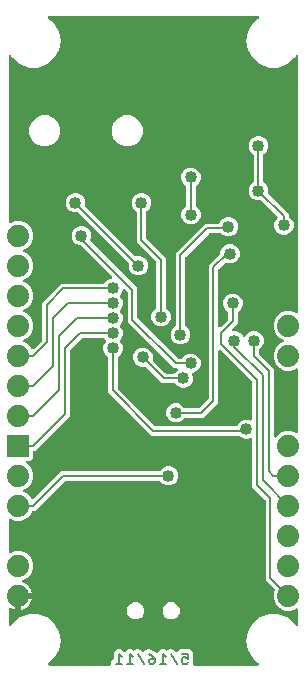
<source format=gbr>
G04 EAGLE Gerber RS-274X export*
G75*
%MOMM*%
%FSLAX34Y34*%
%LPD*%
%INBottom Copper*%
%IPPOS*%
%AMOC8*
5,1,8,0,0,1.08239X$1,22.5*%
G01*
%ADD10C,0.203200*%
%ADD11C,1.879600*%
%ADD12R,1.879600X1.879600*%
%ADD13C,1.016000*%

G36*
X230182Y197463D02*
X230182Y197463D01*
X230321Y197467D01*
X230341Y197473D01*
X230361Y197474D01*
X230493Y197517D01*
X230627Y197556D01*
X230644Y197566D01*
X230663Y197572D01*
X230781Y197647D01*
X230901Y197717D01*
X230922Y197736D01*
X230932Y197743D01*
X230946Y197758D01*
X231021Y197824D01*
X234250Y201052D01*
X238824Y202947D01*
X243776Y202947D01*
X247926Y201228D01*
X247974Y201214D01*
X248019Y201193D01*
X248127Y201173D01*
X248233Y201144D01*
X248283Y201143D01*
X248332Y201133D01*
X248441Y201140D01*
X248551Y201139D01*
X248599Y201150D01*
X248649Y201153D01*
X248753Y201187D01*
X248860Y201213D01*
X248904Y201236D01*
X248951Y201251D01*
X249044Y201310D01*
X249141Y201361D01*
X249178Y201395D01*
X249220Y201421D01*
X249295Y201502D01*
X249377Y201575D01*
X249404Y201617D01*
X249438Y201653D01*
X249491Y201749D01*
X249551Y201841D01*
X249568Y201888D01*
X249592Y201932D01*
X249619Y202038D01*
X249655Y202142D01*
X249659Y202191D01*
X249671Y202239D01*
X249681Y202400D01*
X249681Y254800D01*
X249675Y254849D01*
X249677Y254899D01*
X249655Y255006D01*
X249641Y255115D01*
X249623Y255161D01*
X249613Y255210D01*
X249565Y255309D01*
X249524Y255411D01*
X249495Y255451D01*
X249473Y255496D01*
X249402Y255580D01*
X249338Y255668D01*
X249299Y255700D01*
X249267Y255738D01*
X249177Y255801D01*
X249093Y255871D01*
X249048Y255892D01*
X249007Y255921D01*
X248904Y255960D01*
X248805Y256007D01*
X248756Y256016D01*
X248710Y256034D01*
X248600Y256046D01*
X248493Y256067D01*
X248443Y256063D01*
X248394Y256069D01*
X248285Y256054D01*
X248175Y256047D01*
X248128Y256031D01*
X248079Y256025D01*
X247926Y255972D01*
X243776Y254253D01*
X238824Y254253D01*
X234250Y256148D01*
X230748Y259650D01*
X228853Y264224D01*
X228853Y269176D01*
X230748Y273750D01*
X234250Y277252D01*
X236605Y278227D01*
X236725Y278296D01*
X236848Y278361D01*
X236863Y278375D01*
X236881Y278385D01*
X236981Y278482D01*
X237084Y278575D01*
X237095Y278592D01*
X237109Y278606D01*
X237182Y278724D01*
X237258Y278841D01*
X237265Y278860D01*
X237276Y278877D01*
X237316Y279010D01*
X237362Y279142D01*
X237363Y279162D01*
X237369Y279181D01*
X237376Y279320D01*
X237387Y279459D01*
X237383Y279479D01*
X237384Y279499D01*
X237356Y279635D01*
X237332Y279772D01*
X237324Y279791D01*
X237320Y279810D01*
X237259Y279935D01*
X237202Y280062D01*
X237189Y280078D01*
X237180Y280096D01*
X237090Y280202D01*
X237003Y280310D01*
X236987Y280323D01*
X236974Y280338D01*
X236860Y280418D01*
X236749Y280502D01*
X236724Y280514D01*
X236714Y280521D01*
X236695Y280528D01*
X236605Y280573D01*
X234250Y281548D01*
X230748Y285050D01*
X228853Y289624D01*
X228853Y294576D01*
X230748Y299150D01*
X234250Y302652D01*
X238824Y304547D01*
X243776Y304547D01*
X247926Y302828D01*
X247974Y302814D01*
X248019Y302793D01*
X248127Y302773D01*
X248233Y302744D01*
X248283Y302743D01*
X248332Y302733D01*
X248441Y302740D01*
X248551Y302739D01*
X248599Y302750D01*
X248649Y302753D01*
X248753Y302787D01*
X248860Y302813D01*
X248904Y302836D01*
X248951Y302851D01*
X249044Y302910D01*
X249141Y302961D01*
X249178Y302995D01*
X249220Y303021D01*
X249295Y303102D01*
X249377Y303175D01*
X249404Y303217D01*
X249438Y303253D01*
X249491Y303349D01*
X249551Y303441D01*
X249568Y303488D01*
X249592Y303532D01*
X249619Y303638D01*
X249655Y303742D01*
X249659Y303791D01*
X249671Y303839D01*
X249681Y304000D01*
X249681Y519963D01*
X249663Y520108D01*
X249648Y520253D01*
X249643Y520266D01*
X249641Y520279D01*
X249588Y520414D01*
X249537Y520551D01*
X249529Y520562D01*
X249524Y520575D01*
X249439Y520692D01*
X249356Y520812D01*
X249345Y520821D01*
X249338Y520832D01*
X249226Y520925D01*
X249115Y521020D01*
X249103Y521026D01*
X249093Y521035D01*
X248961Y521097D01*
X248830Y521162D01*
X248817Y521165D01*
X248805Y521170D01*
X248663Y521198D01*
X248519Y521228D01*
X248506Y521228D01*
X248493Y521230D01*
X248348Y521221D01*
X248202Y521215D01*
X248188Y521211D01*
X248175Y521210D01*
X248037Y521166D01*
X247897Y521124D01*
X247885Y521117D01*
X247873Y521112D01*
X247750Y521035D01*
X247625Y520959D01*
X247615Y520949D01*
X247604Y520942D01*
X247504Y520836D01*
X247402Y520732D01*
X247392Y520717D01*
X247386Y520711D01*
X247378Y520696D01*
X247313Y520598D01*
X246185Y518645D01*
X240078Y513520D01*
X232586Y510793D01*
X224614Y510793D01*
X217122Y513520D01*
X211015Y518644D01*
X207029Y525549D01*
X205645Y533400D01*
X207029Y541251D01*
X211015Y548155D01*
X215882Y552240D01*
X215906Y552266D01*
X215935Y552286D01*
X216014Y552382D01*
X216099Y552473D01*
X216115Y552504D01*
X216138Y552531D01*
X216191Y552644D01*
X216250Y552753D01*
X216258Y552787D01*
X216274Y552819D01*
X216297Y552941D01*
X216327Y553061D01*
X216327Y553097D01*
X216333Y553132D01*
X216326Y553255D01*
X216325Y553379D01*
X216316Y553414D01*
X216314Y553449D01*
X216275Y553567D01*
X216244Y553687D01*
X216226Y553718D01*
X216216Y553751D01*
X216149Y553856D01*
X216089Y553965D01*
X216064Y553990D01*
X216045Y554020D01*
X215955Y554105D01*
X215870Y554195D01*
X215840Y554214D01*
X215814Y554238D01*
X215705Y554298D01*
X215600Y554364D01*
X215566Y554375D01*
X215535Y554392D01*
X215415Y554423D01*
X215297Y554460D01*
X215262Y554462D01*
X215227Y554471D01*
X215067Y554481D01*
X38933Y554481D01*
X38898Y554477D01*
X38863Y554479D01*
X38741Y554457D01*
X38618Y554441D01*
X38585Y554428D01*
X38550Y554422D01*
X38437Y554370D01*
X38322Y554324D01*
X38294Y554304D01*
X38261Y554289D01*
X38165Y554210D01*
X38065Y554138D01*
X38042Y554110D01*
X38015Y554088D01*
X37941Y553988D01*
X37862Y553893D01*
X37847Y553861D01*
X37826Y553832D01*
X37779Y553717D01*
X37726Y553605D01*
X37720Y553570D01*
X37707Y553537D01*
X37690Y553414D01*
X37667Y553293D01*
X37669Y553257D01*
X37664Y553222D01*
X37679Y553099D01*
X37686Y552975D01*
X37697Y552941D01*
X37702Y552906D01*
X37746Y552791D01*
X37784Y552673D01*
X37803Y552643D01*
X37816Y552610D01*
X37888Y552509D01*
X37955Y552404D01*
X37980Y552380D01*
X38001Y552351D01*
X38118Y552240D01*
X42985Y548156D01*
X46971Y541251D01*
X48355Y533400D01*
X46971Y525549D01*
X42985Y518645D01*
X36878Y513520D01*
X29386Y510793D01*
X21414Y510793D01*
X13922Y513520D01*
X7815Y518644D01*
X6687Y520598D01*
X6599Y520714D01*
X6514Y520832D01*
X6503Y520841D01*
X6495Y520851D01*
X6381Y520942D01*
X6269Y521035D01*
X6256Y521041D01*
X6246Y521049D01*
X6112Y521109D01*
X5981Y521170D01*
X5968Y521173D01*
X5955Y521178D01*
X5811Y521203D01*
X5668Y521230D01*
X5655Y521229D01*
X5642Y521232D01*
X5496Y521219D01*
X5351Y521210D01*
X5338Y521206D01*
X5325Y521205D01*
X5187Y521157D01*
X5049Y521112D01*
X5037Y521105D01*
X5024Y521101D01*
X4903Y521020D01*
X4780Y520942D01*
X4771Y520932D01*
X4759Y520925D01*
X4662Y520817D01*
X4562Y520711D01*
X4555Y520699D01*
X4546Y520689D01*
X4479Y520560D01*
X4408Y520432D01*
X4405Y520419D01*
X4399Y520407D01*
X4365Y520265D01*
X4329Y520124D01*
X4328Y520106D01*
X4326Y520098D01*
X4326Y520080D01*
X4319Y519963D01*
X4319Y380200D01*
X4325Y380151D01*
X4323Y380101D01*
X4345Y379994D01*
X4359Y379885D01*
X4377Y379839D01*
X4387Y379790D01*
X4435Y379691D01*
X4476Y379589D01*
X4505Y379549D01*
X4527Y379504D01*
X4598Y379420D01*
X4662Y379332D01*
X4701Y379300D01*
X4733Y379262D01*
X4823Y379199D01*
X4907Y379129D01*
X4952Y379108D01*
X4993Y379079D01*
X5096Y379040D01*
X5195Y378993D01*
X5244Y378984D01*
X5290Y378966D01*
X5400Y378954D01*
X5507Y378933D01*
X5557Y378937D01*
X5606Y378931D01*
X5715Y378946D01*
X5825Y378953D01*
X5872Y378969D01*
X5921Y378975D01*
X6074Y379028D01*
X10224Y380747D01*
X15176Y380747D01*
X19750Y378852D01*
X23252Y375350D01*
X25147Y370776D01*
X25147Y365824D01*
X23252Y361250D01*
X19750Y357748D01*
X17395Y356773D01*
X17275Y356704D01*
X17152Y356639D01*
X17137Y356625D01*
X17119Y356615D01*
X17019Y356518D01*
X16916Y356425D01*
X16905Y356408D01*
X16891Y356394D01*
X16818Y356275D01*
X16742Y356159D01*
X16735Y356140D01*
X16724Y356123D01*
X16684Y355990D01*
X16638Y355858D01*
X16637Y355838D01*
X16631Y355819D01*
X16624Y355680D01*
X16613Y355541D01*
X16617Y355521D01*
X16616Y355501D01*
X16644Y355365D01*
X16668Y355228D01*
X16676Y355209D01*
X16680Y355190D01*
X16741Y355064D01*
X16798Y354938D01*
X16811Y354922D01*
X16820Y354904D01*
X16910Y354798D01*
X16997Y354690D01*
X17013Y354677D01*
X17026Y354662D01*
X17140Y354582D01*
X17251Y354498D01*
X17276Y354486D01*
X17286Y354479D01*
X17305Y354472D01*
X17395Y354427D01*
X19750Y353452D01*
X23252Y349950D01*
X25147Y345376D01*
X25147Y340424D01*
X23252Y335850D01*
X19750Y332348D01*
X17395Y331373D01*
X17275Y331304D01*
X17152Y331239D01*
X17137Y331225D01*
X17119Y331215D01*
X17019Y331118D01*
X16916Y331025D01*
X16905Y331008D01*
X16891Y330994D01*
X16818Y330875D01*
X16742Y330759D01*
X16735Y330740D01*
X16724Y330723D01*
X16684Y330590D01*
X16638Y330458D01*
X16637Y330438D01*
X16631Y330419D01*
X16624Y330280D01*
X16613Y330141D01*
X16617Y330121D01*
X16616Y330101D01*
X16644Y329965D01*
X16668Y329828D01*
X16676Y329809D01*
X16680Y329790D01*
X16741Y329664D01*
X16798Y329538D01*
X16811Y329522D01*
X16820Y329504D01*
X16910Y329398D01*
X16997Y329290D01*
X17013Y329277D01*
X17026Y329262D01*
X17140Y329182D01*
X17251Y329098D01*
X17276Y329086D01*
X17286Y329079D01*
X17305Y329072D01*
X17395Y329027D01*
X19750Y328052D01*
X23252Y324550D01*
X25147Y319976D01*
X25147Y315024D01*
X23252Y310450D01*
X19750Y306948D01*
X17395Y305973D01*
X17275Y305904D01*
X17152Y305839D01*
X17137Y305825D01*
X17119Y305815D01*
X17019Y305718D01*
X16916Y305625D01*
X16905Y305608D01*
X16891Y305594D01*
X16818Y305475D01*
X16742Y305359D01*
X16735Y305340D01*
X16724Y305323D01*
X16684Y305190D01*
X16638Y305058D01*
X16637Y305038D01*
X16631Y305019D01*
X16624Y304880D01*
X16613Y304741D01*
X16617Y304721D01*
X16616Y304701D01*
X16644Y304565D01*
X16668Y304428D01*
X16676Y304409D01*
X16680Y304390D01*
X16741Y304264D01*
X16798Y304138D01*
X16811Y304122D01*
X16820Y304104D01*
X16910Y303998D01*
X16997Y303890D01*
X17013Y303877D01*
X17026Y303862D01*
X17140Y303782D01*
X17251Y303698D01*
X17276Y303686D01*
X17286Y303679D01*
X17305Y303672D01*
X17395Y303627D01*
X19750Y302652D01*
X23252Y299150D01*
X25147Y294576D01*
X25147Y289624D01*
X23252Y285050D01*
X19750Y281548D01*
X17395Y280573D01*
X17275Y280504D01*
X17152Y280439D01*
X17137Y280425D01*
X17119Y280415D01*
X17019Y280318D01*
X16916Y280225D01*
X16905Y280208D01*
X16891Y280194D01*
X16818Y280075D01*
X16742Y279959D01*
X16735Y279940D01*
X16724Y279923D01*
X16684Y279790D01*
X16638Y279658D01*
X16637Y279638D01*
X16631Y279619D01*
X16624Y279480D01*
X16613Y279341D01*
X16617Y279321D01*
X16616Y279301D01*
X16644Y279165D01*
X16668Y279028D01*
X16676Y279009D01*
X16680Y278990D01*
X16741Y278864D01*
X16798Y278738D01*
X16811Y278722D01*
X16820Y278704D01*
X16910Y278598D01*
X16997Y278490D01*
X17013Y278477D01*
X17026Y278462D01*
X17140Y278382D01*
X17251Y278298D01*
X17276Y278286D01*
X17286Y278279D01*
X17305Y278272D01*
X17395Y278227D01*
X19750Y277252D01*
X23252Y273751D01*
X23535Y273066D01*
X23560Y273023D01*
X23577Y272976D01*
X23639Y272885D01*
X23693Y272790D01*
X23728Y272754D01*
X23755Y272713D01*
X23838Y272640D01*
X23914Y272561D01*
X23957Y272535D01*
X23994Y272502D01*
X24092Y272452D01*
X24185Y272395D01*
X24233Y272380D01*
X24277Y272358D01*
X24384Y272334D01*
X24489Y272301D01*
X24539Y272299D01*
X24587Y272288D01*
X24697Y272291D01*
X24807Y272286D01*
X24856Y272296D01*
X24905Y272298D01*
X25011Y272328D01*
X25118Y272350D01*
X25163Y272372D01*
X25211Y272386D01*
X25305Y272442D01*
X25404Y272490D01*
X25442Y272522D01*
X25485Y272548D01*
X25606Y272654D01*
X32394Y279442D01*
X32454Y279520D01*
X32522Y279592D01*
X32551Y279645D01*
X32588Y279693D01*
X32628Y279784D01*
X32676Y279871D01*
X32691Y279929D01*
X32715Y279985D01*
X32730Y280083D01*
X32755Y280179D01*
X32761Y280279D01*
X32765Y280299D01*
X32763Y280311D01*
X32765Y280339D01*
X32765Y311564D01*
X49116Y327915D01*
X84753Y327915D01*
X84851Y327927D01*
X84950Y327930D01*
X85009Y327947D01*
X85069Y327955D01*
X85161Y327991D01*
X85256Y328019D01*
X85308Y328049D01*
X85364Y328072D01*
X85444Y328130D01*
X85530Y328180D01*
X85605Y328246D01*
X85622Y328258D01*
X85630Y328268D01*
X85651Y328286D01*
X88105Y330741D01*
X91130Y331994D01*
X91146Y331996D01*
X91285Y332009D01*
X91304Y332016D01*
X91324Y332019D01*
X91453Y332070D01*
X91584Y332117D01*
X91601Y332128D01*
X91620Y332136D01*
X91732Y332217D01*
X91847Y332295D01*
X91861Y332311D01*
X91877Y332322D01*
X91966Y332430D01*
X92058Y332534D01*
X92067Y332552D01*
X92080Y332567D01*
X92139Y332693D01*
X92202Y332817D01*
X92207Y332837D01*
X92216Y332855D01*
X92242Y332991D01*
X92272Y333127D01*
X92272Y333148D01*
X92275Y333167D01*
X92267Y333306D01*
X92262Y333445D01*
X92257Y333465D01*
X92256Y333485D01*
X92213Y333617D01*
X92174Y333751D01*
X92164Y333768D01*
X92158Y333787D01*
X92083Y333905D01*
X92013Y334025D01*
X91994Y334046D01*
X91987Y334056D01*
X91973Y334070D01*
X91906Y334145D01*
X66252Y359800D01*
X66174Y359860D01*
X66102Y359928D01*
X66049Y359957D01*
X66001Y359994D01*
X65910Y360034D01*
X65823Y360082D01*
X65765Y360097D01*
X65709Y360121D01*
X65611Y360136D01*
X65515Y360161D01*
X65415Y360167D01*
X65395Y360171D01*
X65383Y360169D01*
X65355Y360171D01*
X64423Y360171D01*
X61435Y361409D01*
X59149Y363695D01*
X57911Y366683D01*
X57911Y369917D01*
X59149Y372905D01*
X61435Y375191D01*
X64423Y376429D01*
X67657Y376429D01*
X70645Y375191D01*
X72931Y372905D01*
X74169Y369917D01*
X74169Y366683D01*
X73526Y365131D01*
X73518Y365102D01*
X73505Y365076D01*
X73476Y364949D01*
X73442Y364824D01*
X73441Y364794D01*
X73435Y364766D01*
X73439Y364636D01*
X73437Y364506D01*
X73444Y364477D01*
X73445Y364448D01*
X73481Y364323D01*
X73511Y364197D01*
X73525Y364171D01*
X73533Y364142D01*
X73599Y364031D01*
X73660Y363916D01*
X73679Y363894D01*
X73694Y363868D01*
X73801Y363748D01*
X113285Y324264D01*
X113285Y299389D01*
X113297Y299291D01*
X113300Y299192D01*
X113317Y299134D01*
X113325Y299074D01*
X113361Y298982D01*
X113389Y298887D01*
X113419Y298835D01*
X113442Y298778D01*
X113500Y298698D01*
X113550Y298613D01*
X113616Y298537D01*
X113628Y298521D01*
X113638Y298513D01*
X113656Y298492D01*
X147362Y264786D01*
X147440Y264726D01*
X147512Y264658D01*
X147565Y264629D01*
X147613Y264592D01*
X147704Y264552D01*
X147791Y264504D01*
X147849Y264489D01*
X147905Y264465D01*
X148003Y264450D01*
X148099Y264425D01*
X148199Y264419D01*
X148219Y264415D01*
X148231Y264417D01*
X148259Y264415D01*
X150793Y264415D01*
X150891Y264427D01*
X150990Y264430D01*
X151049Y264447D01*
X151109Y264455D01*
X151201Y264491D01*
X151296Y264519D01*
X151348Y264549D01*
X151404Y264572D01*
X151484Y264630D01*
X151570Y264680D01*
X151645Y264746D01*
X151662Y264758D01*
X151670Y264768D01*
X151691Y264786D01*
X154145Y267241D01*
X157133Y268479D01*
X160367Y268479D01*
X163355Y267241D01*
X165641Y264955D01*
X166879Y261967D01*
X166879Y258733D01*
X165641Y255745D01*
X163355Y253459D01*
X160633Y252332D01*
X160530Y252273D01*
X160423Y252220D01*
X160392Y252194D01*
X160357Y252174D01*
X160271Y252091D01*
X160181Y252014D01*
X160158Y251981D01*
X160128Y251953D01*
X160066Y251851D01*
X159998Y251754D01*
X159983Y251716D01*
X159962Y251682D01*
X159927Y251568D01*
X159885Y251457D01*
X159880Y251416D01*
X159869Y251378D01*
X159863Y251259D01*
X159850Y251140D01*
X159855Y251100D01*
X159853Y251060D01*
X159878Y250943D01*
X159894Y250826D01*
X159914Y250769D01*
X159918Y250749D01*
X159927Y250730D01*
X159946Y250673D01*
X160529Y249267D01*
X160529Y246033D01*
X159291Y243045D01*
X157005Y240759D01*
X154017Y239521D01*
X150783Y239521D01*
X147795Y240759D01*
X145341Y243214D01*
X145262Y243274D01*
X145190Y243342D01*
X145137Y243371D01*
X145089Y243408D01*
X144998Y243448D01*
X144912Y243496D01*
X144853Y243511D01*
X144798Y243535D01*
X144700Y243550D01*
X144604Y243575D01*
X144504Y243581D01*
X144483Y243585D01*
X144471Y243583D01*
X144443Y243585D01*
X134206Y243585D01*
X120862Y256930D01*
X120784Y256990D01*
X120712Y257058D01*
X120659Y257087D01*
X120611Y257124D01*
X120520Y257164D01*
X120433Y257212D01*
X120375Y257227D01*
X120319Y257251D01*
X120221Y257266D01*
X120125Y257291D01*
X120025Y257297D01*
X120005Y257301D01*
X119993Y257299D01*
X119965Y257301D01*
X116493Y257301D01*
X113505Y258539D01*
X111219Y260825D01*
X109981Y263813D01*
X109981Y267047D01*
X111219Y270035D01*
X113505Y272321D01*
X116493Y273559D01*
X119727Y273559D01*
X122715Y272321D01*
X125001Y270035D01*
X126239Y267047D01*
X126239Y263575D01*
X126251Y263477D01*
X126254Y263378D01*
X126271Y263320D01*
X126279Y263260D01*
X126315Y263168D01*
X126343Y263073D01*
X126373Y263021D01*
X126396Y262964D01*
X126454Y262884D01*
X126504Y262799D01*
X126570Y262723D01*
X126582Y262707D01*
X126592Y262699D01*
X126610Y262678D01*
X137202Y252086D01*
X137280Y252026D01*
X137352Y251958D01*
X137405Y251929D01*
X137453Y251892D01*
X137544Y251852D01*
X137631Y251804D01*
X137689Y251789D01*
X137745Y251765D01*
X137843Y251750D01*
X137939Y251725D01*
X138039Y251719D01*
X138059Y251715D01*
X138071Y251717D01*
X138099Y251715D01*
X144443Y251715D01*
X144541Y251727D01*
X144640Y251730D01*
X144699Y251747D01*
X144759Y251755D01*
X144851Y251791D01*
X144946Y251819D01*
X144998Y251849D01*
X145054Y251872D01*
X145134Y251930D01*
X145220Y251980D01*
X145295Y252046D01*
X145312Y252058D01*
X145320Y252068D01*
X145341Y252086D01*
X147373Y254119D01*
X147458Y254228D01*
X147547Y254335D01*
X147555Y254354D01*
X147568Y254370D01*
X147623Y254498D01*
X147682Y254623D01*
X147686Y254643D01*
X147694Y254662D01*
X147716Y254800D01*
X147742Y254936D01*
X147741Y254956D01*
X147744Y254976D01*
X147731Y255115D01*
X147722Y255253D01*
X147716Y255272D01*
X147714Y255292D01*
X147667Y255424D01*
X147624Y255555D01*
X147613Y255573D01*
X147606Y255592D01*
X147528Y255707D01*
X147454Y255824D01*
X147439Y255838D01*
X147428Y255855D01*
X147324Y255947D01*
X147222Y256042D01*
X147205Y256052D01*
X147189Y256065D01*
X147065Y256129D01*
X146944Y256196D01*
X146924Y256201D01*
X146906Y256210D01*
X146770Y256240D01*
X146636Y256275D01*
X146608Y256277D01*
X146596Y256280D01*
X146575Y256279D01*
X146475Y256285D01*
X144366Y256285D01*
X105155Y295496D01*
X105155Y320371D01*
X105143Y320469D01*
X105140Y320568D01*
X105134Y320590D01*
X105133Y320599D01*
X105122Y320632D01*
X105115Y320686D01*
X105079Y320778D01*
X105051Y320873D01*
X105035Y320901D01*
X105034Y320903D01*
X105021Y320925D01*
X104998Y320982D01*
X104940Y321062D01*
X104890Y321147D01*
X104824Y321223D01*
X104812Y321239D01*
X104802Y321247D01*
X104784Y321268D01*
X103005Y323046D01*
X102896Y323131D01*
X102789Y323220D01*
X102770Y323229D01*
X102754Y323241D01*
X102626Y323297D01*
X102501Y323356D01*
X102481Y323359D01*
X102462Y323367D01*
X102324Y323389D01*
X102188Y323415D01*
X102168Y323414D01*
X102148Y323417D01*
X102009Y323404D01*
X101871Y323396D01*
X101852Y323389D01*
X101832Y323387D01*
X101700Y323340D01*
X101569Y323298D01*
X101551Y323287D01*
X101532Y323280D01*
X101417Y323202D01*
X101300Y323127D01*
X101286Y323113D01*
X101269Y323101D01*
X101177Y322997D01*
X101082Y322896D01*
X101072Y322878D01*
X101059Y322863D01*
X100995Y322739D01*
X100928Y322617D01*
X100923Y322598D01*
X100914Y322580D01*
X100884Y322444D01*
X100849Y322309D01*
X100847Y322281D01*
X100844Y322269D01*
X100845Y322249D01*
X100845Y322248D01*
X99601Y319245D01*
X98753Y318397D01*
X98680Y318303D01*
X98602Y318214D01*
X98583Y318178D01*
X98558Y318146D01*
X98511Y318037D01*
X98457Y317931D01*
X98448Y317892D01*
X98432Y317854D01*
X98413Y317737D01*
X98387Y317621D01*
X98388Y317580D01*
X98382Y317540D01*
X98393Y317422D01*
X98397Y317303D01*
X98408Y317264D01*
X98412Y317224D01*
X98452Y317112D01*
X98485Y316997D01*
X98506Y316962D01*
X98520Y316924D01*
X98586Y316826D01*
X98647Y316723D01*
X98687Y316678D01*
X98698Y316661D01*
X98713Y316648D01*
X98753Y316602D01*
X99601Y315755D01*
X100839Y312767D01*
X100839Y309533D01*
X99601Y306545D01*
X98753Y305697D01*
X98680Y305603D01*
X98602Y305514D01*
X98583Y305478D01*
X98558Y305446D01*
X98511Y305337D01*
X98457Y305231D01*
X98448Y305192D01*
X98432Y305154D01*
X98413Y305037D01*
X98387Y304921D01*
X98388Y304880D01*
X98382Y304840D01*
X98393Y304722D01*
X98397Y304603D01*
X98408Y304564D01*
X98412Y304524D01*
X98452Y304412D01*
X98485Y304297D01*
X98506Y304262D01*
X98520Y304224D01*
X98586Y304126D01*
X98647Y304023D01*
X98687Y303978D01*
X98698Y303961D01*
X98713Y303948D01*
X98753Y303902D01*
X99601Y303055D01*
X100839Y300067D01*
X100839Y296833D01*
X99601Y293845D01*
X98753Y292997D01*
X98680Y292903D01*
X98602Y292814D01*
X98583Y292778D01*
X98558Y292746D01*
X98511Y292637D01*
X98457Y292531D01*
X98448Y292492D01*
X98432Y292454D01*
X98413Y292337D01*
X98387Y292221D01*
X98388Y292180D01*
X98382Y292140D01*
X98393Y292022D01*
X98397Y291903D01*
X98408Y291864D01*
X98412Y291824D01*
X98452Y291712D01*
X98485Y291597D01*
X98506Y291562D01*
X98520Y291524D01*
X98586Y291426D01*
X98647Y291323D01*
X98687Y291278D01*
X98698Y291261D01*
X98713Y291248D01*
X98753Y291202D01*
X99601Y290355D01*
X100839Y287367D01*
X100839Y284133D01*
X99601Y281145D01*
X98753Y280297D01*
X98680Y280203D01*
X98602Y280114D01*
X98583Y280078D01*
X98558Y280046D01*
X98511Y279937D01*
X98457Y279831D01*
X98448Y279792D01*
X98432Y279754D01*
X98413Y279637D01*
X98387Y279521D01*
X98388Y279480D01*
X98382Y279440D01*
X98393Y279322D01*
X98397Y279203D01*
X98408Y279164D01*
X98412Y279124D01*
X98452Y279012D01*
X98485Y278897D01*
X98506Y278862D01*
X98520Y278824D01*
X98586Y278726D01*
X98647Y278623D01*
X98687Y278578D01*
X98698Y278561D01*
X98713Y278548D01*
X98753Y278502D01*
X99601Y277655D01*
X100839Y274667D01*
X100839Y271433D01*
X99601Y268445D01*
X97146Y265991D01*
X97086Y265912D01*
X97018Y265840D01*
X96989Y265787D01*
X96952Y265739D01*
X96912Y265648D01*
X96864Y265562D01*
X96849Y265503D01*
X96825Y265448D01*
X96810Y265350D01*
X96785Y265254D01*
X96779Y265154D01*
X96775Y265134D01*
X96777Y265121D01*
X96775Y265093D01*
X96775Y239699D01*
X96787Y239601D01*
X96790Y239502D01*
X96807Y239444D01*
X96815Y239384D01*
X96851Y239292D01*
X96879Y239197D01*
X96909Y239145D01*
X96932Y239088D01*
X96990Y239008D01*
X97040Y238923D01*
X97106Y238847D01*
X97118Y238831D01*
X97128Y238823D01*
X97146Y238802D01*
X128312Y207636D01*
X128390Y207576D01*
X128462Y207508D01*
X128515Y207479D01*
X128563Y207442D01*
X128654Y207402D01*
X128741Y207354D01*
X128799Y207339D01*
X128855Y207315D01*
X128953Y207300D01*
X129049Y207275D01*
X129149Y207269D01*
X129169Y207265D01*
X129181Y207267D01*
X129209Y207265D01*
X197251Y207265D01*
X197280Y207268D01*
X197310Y207266D01*
X197438Y207288D01*
X197567Y207305D01*
X197594Y207315D01*
X197623Y207320D01*
X197742Y207374D01*
X197862Y207422D01*
X197886Y207439D01*
X197913Y207451D01*
X198014Y207532D01*
X198120Y207608D01*
X198138Y207631D01*
X198162Y207650D01*
X198240Y207753D01*
X198322Y207853D01*
X198335Y207880D01*
X198353Y207904D01*
X198424Y208048D01*
X198849Y209075D01*
X201135Y211361D01*
X204123Y212599D01*
X207357Y212599D01*
X208810Y211997D01*
X208858Y211984D01*
X208903Y211962D01*
X209011Y211942D01*
X209117Y211913D01*
X209167Y211912D01*
X209216Y211903D01*
X209325Y211909D01*
X209435Y211908D01*
X209483Y211919D01*
X209533Y211922D01*
X209637Y211956D01*
X209744Y211982D01*
X209788Y212005D01*
X209835Y212020D01*
X209928Y212079D01*
X210025Y212131D01*
X210062Y212164D01*
X210104Y212191D01*
X210179Y212271D01*
X210261Y212344D01*
X210288Y212386D01*
X210322Y212422D01*
X210375Y212518D01*
X210435Y212610D01*
X210452Y212657D01*
X210476Y212701D01*
X210503Y212807D01*
X210539Y212911D01*
X210543Y212961D01*
X210555Y213009D01*
X210565Y213169D01*
X210565Y244171D01*
X210553Y244269D01*
X210550Y244368D01*
X210533Y244426D01*
X210525Y244486D01*
X210489Y244578D01*
X210461Y244673D01*
X210431Y244725D01*
X210408Y244782D01*
X210350Y244862D01*
X210300Y244947D01*
X210234Y245023D01*
X210222Y245039D01*
X210212Y245047D01*
X210194Y245068D01*
X184031Y271230D01*
X183922Y271315D01*
X183815Y271404D01*
X183796Y271413D01*
X183780Y271425D01*
X183652Y271481D01*
X183527Y271540D01*
X183507Y271543D01*
X183488Y271551D01*
X183350Y271573D01*
X183214Y271599D01*
X183194Y271598D01*
X183174Y271601D01*
X183035Y271588D01*
X182897Y271580D01*
X182878Y271573D01*
X182858Y271571D01*
X182726Y271524D01*
X182595Y271482D01*
X182577Y271471D01*
X182558Y271464D01*
X182443Y271386D01*
X182326Y271311D01*
X182312Y271297D01*
X182295Y271285D01*
X182203Y271181D01*
X182108Y271080D01*
X182098Y271062D01*
X182085Y271047D01*
X182021Y270923D01*
X181954Y270801D01*
X181949Y270782D01*
X181940Y270764D01*
X181910Y270628D01*
X181875Y270493D01*
X181873Y270465D01*
X181870Y270453D01*
X181871Y270433D01*
X181865Y270333D01*
X181865Y226916D01*
X169324Y214375D01*
X154007Y214375D01*
X153909Y214363D01*
X153810Y214360D01*
X153751Y214343D01*
X153691Y214335D01*
X153599Y214299D01*
X153504Y214271D01*
X153452Y214241D01*
X153396Y214218D01*
X153315Y214160D01*
X153230Y214110D01*
X153155Y214044D01*
X153138Y214032D01*
X153130Y214022D01*
X153109Y214004D01*
X150655Y211549D01*
X147667Y210311D01*
X144433Y210311D01*
X141445Y211549D01*
X139159Y213835D01*
X137921Y216823D01*
X137921Y220057D01*
X139159Y223045D01*
X141445Y225331D01*
X144433Y226569D01*
X147667Y226569D01*
X150655Y225331D01*
X153109Y222876D01*
X153188Y222816D01*
X153260Y222748D01*
X153313Y222719D01*
X153361Y222682D01*
X153452Y222642D01*
X153538Y222594D01*
X153597Y222579D01*
X153652Y222555D01*
X153750Y222540D01*
X153846Y222515D01*
X153946Y222509D01*
X153966Y222505D01*
X153979Y222507D01*
X154007Y222505D01*
X165431Y222505D01*
X165529Y222517D01*
X165628Y222520D01*
X165686Y222537D01*
X165746Y222545D01*
X165838Y222581D01*
X165933Y222609D01*
X165985Y222639D01*
X166042Y222662D01*
X166122Y222720D01*
X166207Y222770D01*
X166283Y222836D01*
X166299Y222848D01*
X166307Y222858D01*
X166328Y222876D01*
X173364Y229912D01*
X173424Y229990D01*
X173492Y230062D01*
X173521Y230115D01*
X173558Y230163D01*
X173598Y230254D01*
X173646Y230341D01*
X173661Y230399D01*
X173685Y230455D01*
X173700Y230553D01*
X173725Y230649D01*
X173731Y230749D01*
X173735Y230769D01*
X173733Y230781D01*
X173735Y230809D01*
X173735Y343314D01*
X183270Y352848D01*
X183330Y352926D01*
X183398Y352998D01*
X183427Y353051D01*
X183464Y353099D01*
X183504Y353190D01*
X183552Y353277D01*
X183567Y353335D01*
X183591Y353391D01*
X183606Y353489D01*
X183631Y353585D01*
X183637Y353685D01*
X183641Y353705D01*
X183639Y353717D01*
X183641Y353745D01*
X183641Y354677D01*
X184879Y357665D01*
X187165Y359951D01*
X190153Y361189D01*
X193387Y361189D01*
X196375Y359951D01*
X198661Y357665D01*
X199899Y354677D01*
X199899Y351443D01*
X198661Y348455D01*
X196375Y346169D01*
X193387Y344931D01*
X190153Y344931D01*
X188601Y345574D01*
X188572Y345582D01*
X188546Y345595D01*
X188419Y345624D01*
X188294Y345658D01*
X188265Y345659D01*
X188236Y345665D01*
X188106Y345661D01*
X187976Y345663D01*
X187947Y345656D01*
X187918Y345655D01*
X187793Y345619D01*
X187667Y345589D01*
X187641Y345575D01*
X187612Y345567D01*
X187500Y345501D01*
X187386Y345440D01*
X187364Y345421D01*
X187338Y345406D01*
X187218Y345299D01*
X182236Y340318D01*
X182176Y340240D01*
X182108Y340168D01*
X182079Y340115D01*
X182042Y340067D01*
X182002Y339976D01*
X181954Y339889D01*
X181939Y339831D01*
X181915Y339775D01*
X181900Y339677D01*
X181875Y339581D01*
X181869Y339491D01*
X181867Y339481D01*
X181868Y339475D01*
X181865Y339461D01*
X181867Y339449D01*
X181865Y339421D01*
X181865Y292277D01*
X181882Y292140D01*
X181895Y292001D01*
X181902Y291982D01*
X181905Y291962D01*
X181956Y291833D01*
X182003Y291702D01*
X182014Y291685D01*
X182022Y291666D01*
X182103Y291554D01*
X182181Y291439D01*
X182197Y291425D01*
X182208Y291409D01*
X182316Y291320D01*
X182420Y291228D01*
X182438Y291219D01*
X182453Y291206D01*
X182579Y291147D01*
X182703Y291084D01*
X182723Y291079D01*
X182741Y291070D01*
X182877Y291044D01*
X183013Y291014D01*
X183034Y291014D01*
X183053Y291011D01*
X183192Y291019D01*
X183331Y291024D01*
X183351Y291029D01*
X183371Y291030D01*
X183503Y291073D01*
X183637Y291112D01*
X183654Y291122D01*
X183673Y291128D01*
X183791Y291203D01*
X183911Y291273D01*
X183932Y291292D01*
X183942Y291299D01*
X183956Y291314D01*
X184031Y291380D01*
X189874Y297222D01*
X189934Y297300D01*
X190002Y297372D01*
X190031Y297425D01*
X190068Y297473D01*
X190108Y297564D01*
X190156Y297651D01*
X190171Y297709D01*
X190195Y297765D01*
X190210Y297863D01*
X190235Y297959D01*
X190241Y298059D01*
X190245Y298079D01*
X190243Y298091D01*
X190245Y298119D01*
X190245Y303193D01*
X190233Y303291D01*
X190230Y303390D01*
X190213Y303449D01*
X190205Y303509D01*
X190169Y303601D01*
X190141Y303696D01*
X190111Y303748D01*
X190088Y303804D01*
X190030Y303884D01*
X189980Y303970D01*
X189914Y304045D01*
X189902Y304062D01*
X189892Y304070D01*
X189874Y304091D01*
X187419Y306545D01*
X186181Y309533D01*
X186181Y312767D01*
X187419Y315755D01*
X189705Y318041D01*
X192693Y319279D01*
X195927Y319279D01*
X198915Y318041D01*
X201201Y315755D01*
X202439Y312767D01*
X202439Y309533D01*
X201201Y306545D01*
X198746Y304091D01*
X198686Y304012D01*
X198618Y303940D01*
X198589Y303887D01*
X198552Y303839D01*
X198512Y303748D01*
X198464Y303662D01*
X198449Y303603D01*
X198425Y303548D01*
X198410Y303450D01*
X198385Y303354D01*
X198379Y303254D01*
X198375Y303233D01*
X198377Y303221D01*
X198375Y303193D01*
X198375Y294226D01*
X193844Y289695D01*
X193759Y289586D01*
X193670Y289479D01*
X193661Y289460D01*
X193649Y289444D01*
X193593Y289316D01*
X193534Y289191D01*
X193531Y289171D01*
X193523Y289152D01*
X193501Y289014D01*
X193475Y288878D01*
X193476Y288858D01*
X193473Y288838D01*
X193486Y288699D01*
X193494Y288561D01*
X193501Y288542D01*
X193503Y288522D01*
X193550Y288390D01*
X193592Y288259D01*
X193603Y288241D01*
X193610Y288222D01*
X193688Y288107D01*
X193763Y287990D01*
X193777Y287976D01*
X193789Y287959D01*
X193893Y287867D01*
X193994Y287772D01*
X194012Y287762D01*
X194027Y287749D01*
X194151Y287685D01*
X194273Y287618D01*
X194292Y287613D01*
X194310Y287604D01*
X194446Y287574D01*
X194581Y287539D01*
X194609Y287537D01*
X194621Y287534D01*
X194641Y287535D01*
X194741Y287529D01*
X197197Y287529D01*
X200185Y286291D01*
X202471Y284005D01*
X202662Y283543D01*
X202731Y283422D01*
X202796Y283299D01*
X202810Y283284D01*
X202820Y283267D01*
X202917Y283167D01*
X203010Y283064D01*
X203027Y283053D01*
X203041Y283038D01*
X203160Y282966D01*
X203276Y282889D01*
X203295Y282883D01*
X203312Y282872D01*
X203445Y282831D01*
X203577Y282786D01*
X203597Y282785D01*
X203616Y282779D01*
X203755Y282772D01*
X203894Y282761D01*
X203914Y282764D01*
X203934Y282763D01*
X204070Y282792D01*
X204207Y282815D01*
X204225Y282824D01*
X204245Y282828D01*
X204370Y282889D01*
X204497Y282946D01*
X204513Y282959D01*
X204531Y282967D01*
X204637Y283058D01*
X204745Y283144D01*
X204758Y283161D01*
X204773Y283174D01*
X204853Y283287D01*
X204937Y283399D01*
X204949Y283424D01*
X204956Y283434D01*
X204963Y283453D01*
X205008Y283543D01*
X205199Y284005D01*
X207485Y286291D01*
X210473Y287529D01*
X213707Y287529D01*
X216695Y286291D01*
X218981Y284005D01*
X220219Y281017D01*
X220219Y277783D01*
X218981Y274795D01*
X216526Y272341D01*
X216466Y272262D01*
X216398Y272190D01*
X216369Y272137D01*
X216332Y272089D01*
X216292Y271998D01*
X216244Y271912D01*
X216229Y271853D01*
X216205Y271798D01*
X216190Y271700D01*
X216165Y271604D01*
X216159Y271504D01*
X216155Y271483D01*
X216157Y271471D01*
X216155Y271443D01*
X216155Y268909D01*
X216167Y268811D01*
X216170Y268712D01*
X216187Y268654D01*
X216195Y268594D01*
X216231Y268502D01*
X216259Y268407D01*
X216289Y268355D01*
X216312Y268298D01*
X216370Y268218D01*
X216420Y268133D01*
X216486Y268057D01*
X216498Y268041D01*
X216508Y268033D01*
X216526Y268012D01*
X228855Y255684D01*
X228855Y198721D01*
X228872Y198584D01*
X228885Y198445D01*
X228892Y198426D01*
X228895Y198406D01*
X228946Y198277D01*
X228993Y198146D01*
X229004Y198129D01*
X229012Y198110D01*
X229093Y197998D01*
X229171Y197883D01*
X229187Y197869D01*
X229198Y197853D01*
X229306Y197764D01*
X229410Y197672D01*
X229428Y197663D01*
X229443Y197650D01*
X229569Y197591D01*
X229693Y197527D01*
X229713Y197523D01*
X229731Y197514D01*
X229867Y197488D01*
X230003Y197458D01*
X230024Y197458D01*
X230043Y197455D01*
X230182Y197463D01*
G37*
G36*
X89694Y4334D02*
X89694Y4334D01*
X89813Y4341D01*
X89851Y4354D01*
X89891Y4359D01*
X90002Y4402D01*
X90115Y4439D01*
X90149Y4461D01*
X90187Y4476D01*
X90283Y4545D01*
X90384Y4609D01*
X90411Y4639D01*
X90444Y4662D01*
X90520Y4754D01*
X90602Y4841D01*
X90621Y4876D01*
X90647Y4907D01*
X90698Y5015D01*
X90755Y5119D01*
X90765Y5159D01*
X90783Y5195D01*
X90805Y5312D01*
X90835Y5427D01*
X90838Y5487D01*
X90842Y5507D01*
X90841Y5528D01*
X90845Y5588D01*
X90845Y7780D01*
X93185Y10120D01*
X93245Y10198D01*
X93313Y10270D01*
X93343Y10323D01*
X93380Y10371D01*
X93419Y10462D01*
X93467Y10548D01*
X93482Y10607D01*
X93506Y10663D01*
X93522Y10761D01*
X93546Y10856D01*
X93553Y10956D01*
X93556Y10977D01*
X93555Y10989D01*
X93557Y11017D01*
X93557Y15915D01*
X94724Y17082D01*
X95938Y18296D01*
X99305Y18296D01*
X100850Y16750D01*
X101401Y16199D01*
X101496Y16126D01*
X101585Y16047D01*
X101621Y16029D01*
X101653Y16004D01*
X101762Y15957D01*
X101868Y15903D01*
X101907Y15894D01*
X101944Y15878D01*
X102062Y15859D01*
X102178Y15833D01*
X102219Y15834D01*
X102259Y15828D01*
X102377Y15839D01*
X102496Y15843D01*
X102535Y15854D01*
X102575Y15858D01*
X102687Y15898D01*
X102802Y15931D01*
X102836Y15952D01*
X102874Y15966D01*
X102973Y16032D01*
X103075Y16093D01*
X103121Y16133D01*
X103138Y16144D01*
X103151Y16159D01*
X103196Y16199D01*
X105293Y18296D01*
X108660Y18296D01*
X109416Y17540D01*
X109537Y17446D01*
X109657Y17351D01*
X109662Y17349D01*
X109667Y17345D01*
X109808Y17284D01*
X109947Y17222D01*
X109953Y17221D01*
X109959Y17218D01*
X110112Y17194D01*
X110261Y17169D01*
X110267Y17170D01*
X110273Y17169D01*
X110427Y17183D01*
X110578Y17196D01*
X110584Y17198D01*
X110590Y17198D01*
X110733Y17250D01*
X110878Y17301D01*
X110885Y17305D01*
X110889Y17306D01*
X110897Y17312D01*
X111018Y17381D01*
X112766Y18547D01*
X116068Y17887D01*
X117249Y16115D01*
X117334Y16017D01*
X117414Y15915D01*
X117438Y15897D01*
X117458Y15874D01*
X117564Y15800D01*
X117667Y15722D01*
X117694Y15710D01*
X117719Y15693D01*
X117840Y15648D01*
X117960Y15597D01*
X117989Y15593D01*
X118017Y15583D01*
X118146Y15569D01*
X118274Y15550D01*
X118304Y15553D01*
X118333Y15550D01*
X118462Y15569D01*
X118591Y15582D01*
X118618Y15592D01*
X118648Y15597D01*
X118768Y15647D01*
X118889Y15692D01*
X118914Y15708D01*
X118941Y15720D01*
X119044Y15798D01*
X119151Y15872D01*
X119170Y15894D01*
X119194Y15913D01*
X119274Y16014D01*
X119360Y16112D01*
X119381Y16149D01*
X119392Y16162D01*
X119400Y16182D01*
X119441Y16251D01*
X120092Y17555D01*
X123287Y18620D01*
X126378Y17074D01*
X126430Y17056D01*
X126477Y17030D01*
X126579Y17003D01*
X126678Y16968D01*
X126733Y16964D01*
X126785Y16950D01*
X126946Y16940D01*
X127371Y16940D01*
X127949Y16361D01*
X128046Y16286D01*
X128140Y16205D01*
X128185Y16178D01*
X128200Y16166D01*
X128220Y16158D01*
X128279Y16124D01*
X129399Y15564D01*
X129469Y15539D01*
X129536Y15505D01*
X129619Y15486D01*
X129699Y15458D01*
X129773Y15452D01*
X129846Y15435D01*
X129931Y15438D01*
X130016Y15431D01*
X130089Y15443D01*
X130164Y15445D01*
X130246Y15469D01*
X130329Y15483D01*
X130398Y15513D01*
X130469Y15533D01*
X130542Y15577D01*
X130620Y15611D01*
X130679Y15657D01*
X130743Y15695D01*
X130864Y15801D01*
X132145Y17082D01*
X133358Y18296D01*
X136726Y18296D01*
X137482Y17540D01*
X137602Y17446D01*
X137722Y17351D01*
X137728Y17349D01*
X137733Y17345D01*
X137873Y17284D01*
X138013Y17222D01*
X138019Y17221D01*
X138025Y17218D01*
X138177Y17194D01*
X138327Y17169D01*
X138333Y17170D01*
X138339Y17169D01*
X138492Y17183D01*
X138643Y17196D01*
X138649Y17198D01*
X138655Y17198D01*
X138799Y17250D01*
X138944Y17301D01*
X138951Y17305D01*
X138955Y17306D01*
X138963Y17312D01*
X139083Y17381D01*
X140832Y18547D01*
X144134Y17887D01*
X145201Y16286D01*
X145241Y16240D01*
X145264Y16203D01*
X145278Y16190D01*
X145304Y16151D01*
X145360Y16102D01*
X145409Y16046D01*
X145479Y15997D01*
X145542Y15941D01*
X145609Y15907D01*
X145670Y15865D01*
X145750Y15835D01*
X145826Y15796D01*
X145898Y15780D01*
X145968Y15754D01*
X146053Y15745D01*
X146136Y15727D01*
X146211Y15729D01*
X146285Y15721D01*
X146369Y15734D01*
X146454Y15736D01*
X146525Y15757D01*
X146599Y15768D01*
X146678Y15801D01*
X146759Y15825D01*
X146823Y15863D01*
X146892Y15892D01*
X146960Y15943D01*
X147033Y15986D01*
X147137Y16078D01*
X147145Y16084D01*
X147148Y16087D01*
X147154Y16093D01*
X149357Y18296D01*
X158148Y18296D01*
X160529Y15915D01*
X160529Y11029D01*
X160544Y10907D01*
X160553Y10783D01*
X160566Y10732D01*
X160569Y10713D01*
X160576Y10694D01*
X160594Y10628D01*
X160853Y9852D01*
X160663Y9472D01*
X160645Y9421D01*
X160618Y9373D01*
X160592Y9271D01*
X160557Y9172D01*
X160553Y9118D01*
X160539Y9065D01*
X160529Y8904D01*
X160529Y5588D01*
X160544Y5470D01*
X160551Y5351D01*
X160564Y5313D01*
X160569Y5272D01*
X160612Y5162D01*
X160649Y5049D01*
X160671Y5014D01*
X160686Y4977D01*
X160755Y4881D01*
X160819Y4780D01*
X160849Y4752D01*
X160872Y4719D01*
X160964Y4643D01*
X161051Y4562D01*
X161086Y4542D01*
X161117Y4517D01*
X161225Y4466D01*
X161329Y4408D01*
X161369Y4398D01*
X161405Y4381D01*
X161522Y4359D01*
X161637Y4329D01*
X161697Y4325D01*
X161717Y4321D01*
X161738Y4323D01*
X161798Y4319D01*
X215067Y4319D01*
X215102Y4323D01*
X215137Y4321D01*
X215259Y4343D01*
X215382Y4359D01*
X215415Y4372D01*
X215450Y4378D01*
X215563Y4430D01*
X215678Y4476D01*
X215706Y4496D01*
X215739Y4511D01*
X215835Y4590D01*
X215935Y4662D01*
X215958Y4690D01*
X215985Y4712D01*
X216059Y4812D01*
X216138Y4907D01*
X216153Y4939D01*
X216174Y4968D01*
X216221Y5083D01*
X216274Y5195D01*
X216280Y5230D01*
X216293Y5263D01*
X216310Y5386D01*
X216333Y5507D01*
X216331Y5543D01*
X216336Y5578D01*
X216321Y5701D01*
X216314Y5825D01*
X216303Y5859D01*
X216298Y5894D01*
X216254Y6009D01*
X216216Y6127D01*
X216197Y6157D01*
X216184Y6190D01*
X216112Y6291D01*
X216045Y6396D01*
X216020Y6420D01*
X215999Y6449D01*
X215882Y6560D01*
X211015Y10644D01*
X207029Y17549D01*
X205645Y25400D01*
X207029Y33251D01*
X211015Y40155D01*
X217122Y45280D01*
X224614Y48007D01*
X232586Y48007D01*
X240078Y45280D01*
X246185Y40156D01*
X247313Y38202D01*
X247401Y38086D01*
X247486Y37968D01*
X247497Y37959D01*
X247505Y37949D01*
X247619Y37858D01*
X247731Y37765D01*
X247744Y37759D01*
X247754Y37751D01*
X247888Y37691D01*
X248019Y37630D01*
X248032Y37627D01*
X248045Y37622D01*
X248189Y37597D01*
X248332Y37570D01*
X248345Y37571D01*
X248358Y37568D01*
X248504Y37581D01*
X248649Y37590D01*
X248662Y37594D01*
X248675Y37595D01*
X248813Y37643D01*
X248951Y37688D01*
X248963Y37695D01*
X248976Y37699D01*
X249097Y37780D01*
X249220Y37858D01*
X249229Y37868D01*
X249241Y37875D01*
X249338Y37983D01*
X249438Y38089D01*
X249445Y38101D01*
X249454Y38111D01*
X249521Y38240D01*
X249592Y38368D01*
X249595Y38381D01*
X249601Y38393D01*
X249635Y38535D01*
X249671Y38676D01*
X249672Y38694D01*
X249674Y38702D01*
X249674Y38720D01*
X249681Y38837D01*
X249681Y51600D01*
X249675Y51649D01*
X249677Y51699D01*
X249655Y51806D01*
X249641Y51915D01*
X249623Y51961D01*
X249613Y52010D01*
X249565Y52109D01*
X249524Y52211D01*
X249495Y52251D01*
X249473Y52296D01*
X249402Y52380D01*
X249338Y52468D01*
X249299Y52500D01*
X249267Y52538D01*
X249177Y52601D01*
X249093Y52671D01*
X249048Y52692D01*
X249007Y52721D01*
X248904Y52760D01*
X248805Y52807D01*
X248756Y52816D01*
X248710Y52834D01*
X248600Y52846D01*
X248493Y52867D01*
X248443Y52863D01*
X248394Y52869D01*
X248285Y52854D01*
X248175Y52847D01*
X248128Y52831D01*
X248079Y52825D01*
X247926Y52772D01*
X243776Y51053D01*
X238824Y51053D01*
X234250Y52948D01*
X230748Y56450D01*
X228853Y61024D01*
X228853Y65976D01*
X229765Y68178D01*
X229773Y68206D01*
X229787Y68233D01*
X229815Y68360D01*
X229849Y68485D01*
X229850Y68514D01*
X229856Y68543D01*
X229852Y68673D01*
X229854Y68803D01*
X229848Y68831D01*
X229847Y68861D01*
X229811Y68986D01*
X229780Y69112D01*
X229766Y69138D01*
X229758Y69166D01*
X229692Y69278D01*
X229632Y69393D01*
X229612Y69415D01*
X229597Y69440D01*
X229490Y69561D01*
X221995Y77056D01*
X221995Y143841D01*
X221983Y143939D01*
X221980Y144038D01*
X221963Y144096D01*
X221955Y144156D01*
X221919Y144248D01*
X221891Y144343D01*
X221861Y144395D01*
X221838Y144452D01*
X221780Y144532D01*
X221730Y144617D01*
X221664Y144693D01*
X221652Y144709D01*
X221642Y144717D01*
X221624Y144738D01*
X210565Y155796D01*
X210565Y195771D01*
X210559Y195820D01*
X210561Y195870D01*
X210539Y195977D01*
X210525Y196086D01*
X210507Y196132D01*
X210497Y196181D01*
X210449Y196280D01*
X210408Y196382D01*
X210379Y196422D01*
X210357Y196467D01*
X210286Y196550D01*
X210222Y196639D01*
X210183Y196671D01*
X210151Y196709D01*
X210061Y196772D01*
X209977Y196842D01*
X209932Y196863D01*
X209891Y196892D01*
X209788Y196931D01*
X209689Y196978D01*
X209640Y196987D01*
X209594Y197005D01*
X209484Y197017D01*
X209377Y197037D01*
X209327Y197034D01*
X209278Y197040D01*
X209169Y197024D01*
X209059Y197018D01*
X209012Y197002D01*
X208963Y196995D01*
X208810Y196943D01*
X207357Y196341D01*
X204123Y196341D01*
X201135Y197579D01*
X199951Y198764D01*
X199872Y198824D01*
X199800Y198892D01*
X199747Y198921D01*
X199699Y198958D01*
X199608Y198998D01*
X199522Y199046D01*
X199463Y199061D01*
X199408Y199085D01*
X199310Y199100D01*
X199214Y199125D01*
X199114Y199131D01*
X199093Y199135D01*
X199081Y199133D01*
X199053Y199135D01*
X125316Y199135D01*
X88645Y235806D01*
X88645Y265093D01*
X88633Y265191D01*
X88630Y265290D01*
X88613Y265349D01*
X88605Y265409D01*
X88569Y265501D01*
X88541Y265596D01*
X88511Y265648D01*
X88488Y265704D01*
X88430Y265785D01*
X88380Y265870D01*
X88314Y265945D01*
X88302Y265962D01*
X88292Y265970D01*
X88274Y265991D01*
X85819Y268445D01*
X84581Y271433D01*
X84581Y274667D01*
X85819Y277655D01*
X86667Y278502D01*
X86740Y278596D01*
X86818Y278686D01*
X86837Y278722D01*
X86862Y278754D01*
X86909Y278863D01*
X86963Y278969D01*
X86972Y279008D01*
X86988Y279046D01*
X87007Y279163D01*
X87033Y279279D01*
X87032Y279320D01*
X87038Y279360D01*
X87027Y279478D01*
X87023Y279597D01*
X87012Y279636D01*
X87008Y279676D01*
X86968Y279789D01*
X86935Y279903D01*
X86914Y279937D01*
X86900Y279976D01*
X86834Y280074D01*
X86773Y280177D01*
X86733Y280222D01*
X86722Y280239D01*
X86707Y280252D01*
X86667Y280297D01*
X85651Y281314D01*
X85572Y281374D01*
X85500Y281442D01*
X85447Y281471D01*
X85399Y281508D01*
X85308Y281548D01*
X85222Y281596D01*
X85163Y281611D01*
X85108Y281635D01*
X85010Y281650D01*
X84914Y281675D01*
X84814Y281681D01*
X84793Y281685D01*
X84781Y281683D01*
X84753Y281685D01*
X66979Y281685D01*
X66881Y281673D01*
X66782Y281670D01*
X66724Y281653D01*
X66664Y281645D01*
X66572Y281609D01*
X66477Y281581D01*
X66425Y281551D01*
X66368Y281528D01*
X66288Y281470D01*
X66203Y281420D01*
X66127Y281354D01*
X66111Y281342D01*
X66103Y281332D01*
X66082Y281314D01*
X56506Y271738D01*
X56446Y271660D01*
X56378Y271588D01*
X56349Y271535D01*
X56312Y271487D01*
X56272Y271396D01*
X56224Y271309D01*
X56209Y271251D01*
X56185Y271195D01*
X56170Y271097D01*
X56145Y271001D01*
X56139Y270901D01*
X56135Y270881D01*
X56137Y270869D01*
X56135Y270841D01*
X56135Y215486D01*
X27084Y186435D01*
X26416Y186435D01*
X26298Y186420D01*
X26179Y186413D01*
X26141Y186400D01*
X26100Y186395D01*
X25990Y186352D01*
X25877Y186315D01*
X25842Y186293D01*
X25805Y186278D01*
X25709Y186209D01*
X25608Y186145D01*
X25580Y186115D01*
X25547Y186092D01*
X25471Y186000D01*
X25390Y185913D01*
X25370Y185878D01*
X25345Y185847D01*
X25294Y185739D01*
X25236Y185635D01*
X25226Y185595D01*
X25209Y185559D01*
X25187Y185442D01*
X25157Y185327D01*
X25153Y185267D01*
X25149Y185247D01*
X25151Y185226D01*
X25147Y185166D01*
X25147Y179839D01*
X23361Y178053D01*
X20334Y178053D01*
X20264Y178045D01*
X20195Y178046D01*
X20107Y178025D01*
X20018Y178013D01*
X19953Y177988D01*
X19885Y177971D01*
X19806Y177929D01*
X19723Y177896D01*
X19666Y177855D01*
X19604Y177823D01*
X19538Y177762D01*
X19465Y177710D01*
X19421Y177656D01*
X19369Y177609D01*
X19320Y177534D01*
X19262Y177465D01*
X19233Y177401D01*
X19194Y177343D01*
X19165Y177258D01*
X19127Y177177D01*
X19114Y177108D01*
X19091Y177042D01*
X19084Y176953D01*
X19067Y176865D01*
X19071Y176795D01*
X19066Y176725D01*
X19081Y176637D01*
X19087Y176547D01*
X19108Y176481D01*
X19120Y176412D01*
X19157Y176330D01*
X19185Y176245D01*
X19222Y176186D01*
X19251Y176122D01*
X19307Y176052D01*
X19355Y175976D01*
X19406Y175928D01*
X19450Y175873D01*
X19521Y175819D01*
X19587Y175758D01*
X19648Y175724D01*
X19704Y175682D01*
X19736Y175666D01*
X23252Y172150D01*
X25147Y167576D01*
X25147Y162624D01*
X23252Y158050D01*
X19750Y154548D01*
X17395Y153573D01*
X17275Y153504D01*
X17152Y153439D01*
X17137Y153425D01*
X17119Y153415D01*
X17019Y153318D01*
X16916Y153225D01*
X16905Y153208D01*
X16891Y153194D01*
X16818Y153075D01*
X16742Y152959D01*
X16735Y152940D01*
X16724Y152923D01*
X16683Y152790D01*
X16638Y152658D01*
X16637Y152638D01*
X16631Y152619D01*
X16624Y152480D01*
X16613Y152341D01*
X16617Y152321D01*
X16616Y152301D01*
X16644Y152165D01*
X16668Y152028D01*
X16676Y152009D01*
X16680Y151990D01*
X16741Y151864D01*
X16798Y151738D01*
X16811Y151722D01*
X16820Y151704D01*
X16910Y151598D01*
X16997Y151490D01*
X17013Y151477D01*
X17026Y151462D01*
X17140Y151382D01*
X17251Y151298D01*
X17276Y151286D01*
X17286Y151279D01*
X17305Y151272D01*
X17395Y151227D01*
X19751Y150252D01*
X23252Y146751D01*
X23535Y146066D01*
X23560Y146023D01*
X23577Y145976D01*
X23639Y145885D01*
X23693Y145790D01*
X23728Y145754D01*
X23755Y145713D01*
X23838Y145640D01*
X23914Y145561D01*
X23957Y145535D01*
X23994Y145502D01*
X24092Y145452D01*
X24185Y145395D01*
X24233Y145380D01*
X24277Y145358D01*
X24384Y145334D01*
X24489Y145301D01*
X24539Y145299D01*
X24587Y145288D01*
X24697Y145291D01*
X24807Y145286D01*
X24856Y145296D01*
X24905Y145298D01*
X25011Y145328D01*
X25118Y145350D01*
X25163Y145372D01*
X25211Y145386D01*
X25305Y145442D01*
X25404Y145490D01*
X25442Y145522D01*
X25485Y145548D01*
X25606Y145654D01*
X49116Y169165D01*
X131743Y169165D01*
X131841Y169177D01*
X131940Y169180D01*
X131999Y169197D01*
X132059Y169205D01*
X132151Y169241D01*
X132246Y169269D01*
X132298Y169299D01*
X132354Y169322D01*
X132434Y169380D01*
X132520Y169430D01*
X132595Y169496D01*
X132612Y169508D01*
X132620Y169518D01*
X132641Y169536D01*
X135095Y171991D01*
X138083Y173229D01*
X141317Y173229D01*
X144305Y171991D01*
X146591Y169705D01*
X147829Y166717D01*
X147829Y163483D01*
X146591Y160495D01*
X144305Y158209D01*
X141317Y156971D01*
X138083Y156971D01*
X135095Y158209D01*
X132641Y160664D01*
X132562Y160724D01*
X132490Y160792D01*
X132437Y160821D01*
X132389Y160858D01*
X132298Y160898D01*
X132212Y160946D01*
X132153Y160961D01*
X132098Y160985D01*
X132000Y161000D01*
X131904Y161025D01*
X131804Y161031D01*
X131783Y161035D01*
X131771Y161033D01*
X131743Y161035D01*
X53009Y161035D01*
X52911Y161023D01*
X52812Y161020D01*
X52754Y161003D01*
X52694Y160995D01*
X52602Y160959D01*
X52507Y160931D01*
X52455Y160901D01*
X52398Y160878D01*
X52318Y160820D01*
X52233Y160770D01*
X52157Y160704D01*
X52141Y160692D01*
X52133Y160682D01*
X52112Y160664D01*
X27084Y135635D01*
X25337Y135635D01*
X25307Y135632D01*
X25278Y135634D01*
X25150Y135612D01*
X25021Y135595D01*
X24994Y135585D01*
X24965Y135580D01*
X24846Y135526D01*
X24725Y135478D01*
X24702Y135461D01*
X24675Y135449D01*
X24573Y135368D01*
X24468Y135292D01*
X24449Y135269D01*
X24426Y135250D01*
X24348Y135147D01*
X24265Y135047D01*
X24253Y135020D01*
X24235Y134996D01*
X24164Y134852D01*
X23252Y132650D01*
X19750Y129148D01*
X15176Y127253D01*
X10224Y127253D01*
X6074Y128972D01*
X6026Y128986D01*
X5981Y129007D01*
X5873Y129027D01*
X5767Y129056D01*
X5717Y129057D01*
X5668Y129067D01*
X5559Y129060D01*
X5449Y129061D01*
X5401Y129050D01*
X5351Y129047D01*
X5247Y129013D01*
X5140Y128987D01*
X5096Y128964D01*
X5049Y128949D01*
X4956Y128890D01*
X4859Y128839D01*
X4822Y128805D01*
X4780Y128779D01*
X4705Y128698D01*
X4623Y128625D01*
X4596Y128583D01*
X4562Y128547D01*
X4509Y128451D01*
X4449Y128359D01*
X4432Y128312D01*
X4408Y128268D01*
X4381Y128162D01*
X4345Y128058D01*
X4341Y128009D01*
X4329Y127961D01*
X4319Y127800D01*
X4319Y100800D01*
X4325Y100751D01*
X4323Y100701D01*
X4345Y100594D01*
X4359Y100485D01*
X4377Y100439D01*
X4387Y100390D01*
X4435Y100291D01*
X4476Y100189D01*
X4505Y100149D01*
X4527Y100104D01*
X4598Y100020D01*
X4662Y99932D01*
X4701Y99900D01*
X4733Y99862D01*
X4823Y99799D01*
X4907Y99729D01*
X4952Y99708D01*
X4993Y99679D01*
X5096Y99640D01*
X5195Y99593D01*
X5244Y99584D01*
X5290Y99566D01*
X5400Y99554D01*
X5507Y99533D01*
X5557Y99537D01*
X5606Y99531D01*
X5715Y99546D01*
X5825Y99553D01*
X5872Y99569D01*
X5921Y99575D01*
X6074Y99628D01*
X10224Y101347D01*
X15176Y101347D01*
X19750Y99452D01*
X23252Y95950D01*
X25147Y91376D01*
X25147Y86424D01*
X23252Y81850D01*
X19750Y78348D01*
X16725Y77095D01*
X16699Y77080D01*
X16670Y77071D01*
X16561Y77001D01*
X16448Y76937D01*
X16427Y76916D01*
X16402Y76900D01*
X16313Y76806D01*
X16220Y76716D01*
X16204Y76690D01*
X16184Y76669D01*
X16121Y76555D01*
X16054Y76445D01*
X16045Y76416D01*
X16031Y76390D01*
X15998Y76265D01*
X15960Y76141D01*
X15959Y76111D01*
X15951Y76082D01*
X15951Y75952D01*
X15945Y75823D01*
X15951Y75794D01*
X15951Y75764D01*
X15983Y75639D01*
X16009Y75512D01*
X16022Y75485D01*
X16030Y75456D01*
X16092Y75343D01*
X16149Y75226D01*
X16168Y75203D01*
X16183Y75177D01*
X16271Y75083D01*
X16355Y74984D01*
X16380Y74967D01*
X16400Y74945D01*
X16509Y74876D01*
X16615Y74801D01*
X16643Y74790D01*
X16669Y74774D01*
X16818Y74715D01*
X17283Y74564D01*
X18957Y73711D01*
X20478Y72606D01*
X21806Y71278D01*
X22911Y69757D01*
X23764Y68083D01*
X24345Y66296D01*
X24385Y66039D01*
X13970Y66039D01*
X13852Y66024D01*
X13733Y66017D01*
X13695Y66004D01*
X13655Y65999D01*
X13544Y65956D01*
X13431Y65919D01*
X13397Y65897D01*
X13359Y65882D01*
X13263Y65812D01*
X13162Y65749D01*
X13134Y65719D01*
X13102Y65695D01*
X13026Y65604D01*
X12944Y65517D01*
X12925Y65482D01*
X12899Y65451D01*
X12848Y65343D01*
X12791Y65239D01*
X12780Y65199D01*
X12763Y65163D01*
X12741Y65046D01*
X12711Y64931D01*
X12707Y64870D01*
X12703Y64850D01*
X12705Y64830D01*
X12701Y64770D01*
X12701Y63499D01*
X11430Y63499D01*
X11312Y63484D01*
X11193Y63477D01*
X11155Y63464D01*
X11114Y63459D01*
X11004Y63415D01*
X10891Y63379D01*
X10856Y63357D01*
X10819Y63342D01*
X10723Y63272D01*
X10622Y63209D01*
X10594Y63179D01*
X10561Y63155D01*
X10486Y63064D01*
X10404Y62977D01*
X10384Y62942D01*
X10359Y62910D01*
X10308Y62803D01*
X10250Y62698D01*
X10240Y62659D01*
X10223Y62623D01*
X10201Y62506D01*
X10171Y62391D01*
X10167Y62330D01*
X10163Y62310D01*
X10165Y62290D01*
X10161Y62230D01*
X10161Y51815D01*
X9904Y51855D01*
X8117Y52436D01*
X6443Y53289D01*
X6334Y53368D01*
X6299Y53387D01*
X6269Y53413D01*
X6160Y53464D01*
X6056Y53521D01*
X6017Y53531D01*
X5981Y53548D01*
X5864Y53571D01*
X5747Y53600D01*
X5708Y53600D01*
X5668Y53608D01*
X5549Y53600D01*
X5429Y53601D01*
X5391Y53591D01*
X5351Y53588D01*
X5237Y53551D01*
X5121Y53522D01*
X5086Y53502D01*
X5049Y53490D01*
X4948Y53426D01*
X4843Y53369D01*
X4814Y53341D01*
X4780Y53320D01*
X4698Y53233D01*
X4611Y53151D01*
X4589Y53117D01*
X4562Y53088D01*
X4504Y52984D01*
X4440Y52883D01*
X4428Y52845D01*
X4408Y52810D01*
X4379Y52694D01*
X4341Y52580D01*
X4339Y52540D01*
X4329Y52502D01*
X4319Y52341D01*
X4319Y38837D01*
X4337Y38692D01*
X4352Y38547D01*
X4357Y38534D01*
X4359Y38521D01*
X4412Y38386D01*
X4463Y38249D01*
X4471Y38238D01*
X4476Y38225D01*
X4561Y38108D01*
X4644Y37988D01*
X4655Y37979D01*
X4662Y37968D01*
X4775Y37875D01*
X4885Y37780D01*
X4897Y37774D01*
X4907Y37765D01*
X5039Y37703D01*
X5170Y37638D01*
X5183Y37635D01*
X5195Y37630D01*
X5337Y37602D01*
X5481Y37572D01*
X5494Y37572D01*
X5507Y37570D01*
X5652Y37579D01*
X5798Y37585D01*
X5812Y37589D01*
X5825Y37590D01*
X5963Y37634D01*
X6103Y37676D01*
X6115Y37683D01*
X6127Y37688D01*
X6250Y37765D01*
X6375Y37841D01*
X6385Y37851D01*
X6396Y37858D01*
X6496Y37964D01*
X6598Y38068D01*
X6608Y38083D01*
X6614Y38089D01*
X6622Y38104D01*
X6687Y38202D01*
X7815Y40155D01*
X13922Y45280D01*
X21414Y48007D01*
X29386Y48007D01*
X36878Y45280D01*
X42985Y40156D01*
X46971Y33251D01*
X48355Y25400D01*
X46971Y17549D01*
X42985Y10645D01*
X38118Y6560D01*
X38094Y6534D01*
X38065Y6514D01*
X37986Y6418D01*
X37901Y6327D01*
X37885Y6296D01*
X37862Y6269D01*
X37809Y6156D01*
X37750Y6047D01*
X37742Y6013D01*
X37726Y5981D01*
X37703Y5859D01*
X37673Y5739D01*
X37673Y5703D01*
X37667Y5668D01*
X37674Y5545D01*
X37675Y5421D01*
X37684Y5386D01*
X37686Y5351D01*
X37725Y5233D01*
X37756Y5113D01*
X37774Y5082D01*
X37784Y5049D01*
X37851Y4944D01*
X37911Y4835D01*
X37936Y4810D01*
X37955Y4780D01*
X38045Y4695D01*
X38130Y4605D01*
X38160Y4586D01*
X38186Y4562D01*
X38295Y4502D01*
X38400Y4436D01*
X38434Y4425D01*
X38465Y4408D01*
X38585Y4377D01*
X38703Y4340D01*
X38738Y4338D01*
X38773Y4329D01*
X38933Y4319D01*
X89576Y4319D01*
X89694Y4334D01*
G37*
%LPC*%
G36*
X148243Y276351D02*
X148243Y276351D01*
X145255Y277589D01*
X142969Y279875D01*
X141731Y282863D01*
X141731Y286097D01*
X142969Y289085D01*
X145424Y291539D01*
X145484Y291618D01*
X145552Y291690D01*
X145574Y291730D01*
X145597Y291758D01*
X145604Y291772D01*
X145618Y291791D01*
X145658Y291882D01*
X145706Y291968D01*
X145717Y292011D01*
X145733Y292046D01*
X145736Y292062D01*
X145745Y292082D01*
X145760Y292180D01*
X145785Y292276D01*
X145789Y292339D01*
X145793Y292358D01*
X145792Y292377D01*
X145795Y292397D01*
X145793Y292409D01*
X145795Y292437D01*
X145795Y353474D01*
X171036Y378715D01*
X182011Y378715D01*
X182040Y378718D01*
X182070Y378716D01*
X182198Y378738D01*
X182327Y378755D01*
X182354Y378765D01*
X182383Y378770D01*
X182502Y378824D01*
X182622Y378872D01*
X182646Y378889D01*
X182673Y378901D01*
X182774Y378982D01*
X182880Y379058D01*
X182898Y379081D01*
X182922Y379100D01*
X183000Y379203D01*
X183082Y379303D01*
X183095Y379330D01*
X183113Y379354D01*
X183184Y379498D01*
X183609Y380525D01*
X185895Y382811D01*
X188883Y384049D01*
X192117Y384049D01*
X195105Y382811D01*
X197391Y380525D01*
X198629Y377537D01*
X198629Y374303D01*
X197391Y371315D01*
X195105Y369029D01*
X192117Y367791D01*
X188883Y367791D01*
X185895Y369029D01*
X184711Y370214D01*
X184632Y370274D01*
X184560Y370342D01*
X184507Y370371D01*
X184459Y370408D01*
X184368Y370448D01*
X184282Y370496D01*
X184223Y370511D01*
X184168Y370535D01*
X184070Y370550D01*
X183974Y370575D01*
X183874Y370581D01*
X183853Y370585D01*
X183841Y370583D01*
X183813Y370585D01*
X174929Y370585D01*
X174831Y370573D01*
X174732Y370570D01*
X174674Y370553D01*
X174614Y370545D01*
X174522Y370509D01*
X174427Y370481D01*
X174375Y370451D01*
X174318Y370428D01*
X174238Y370370D01*
X174153Y370320D01*
X174077Y370254D01*
X174061Y370242D01*
X174053Y370232D01*
X174032Y370214D01*
X154296Y350478D01*
X154236Y350400D01*
X154168Y350328D01*
X154139Y350275D01*
X154102Y350227D01*
X154062Y350136D01*
X154014Y350049D01*
X153999Y349991D01*
X153975Y349935D01*
X153960Y349837D01*
X153935Y349741D01*
X153929Y349642D01*
X153927Y349635D01*
X153927Y349634D01*
X153925Y349621D01*
X153927Y349609D01*
X153925Y349581D01*
X153925Y292437D01*
X153937Y292339D01*
X153940Y292240D01*
X153946Y292220D01*
X153947Y292202D01*
X153959Y292164D01*
X153965Y292121D01*
X154001Y292029D01*
X154029Y291934D01*
X154040Y291915D01*
X154045Y291899D01*
X154065Y291868D01*
X154082Y291826D01*
X154140Y291746D01*
X154190Y291660D01*
X154213Y291635D01*
X154215Y291630D01*
X154221Y291625D01*
X154256Y291585D01*
X154268Y291568D01*
X154278Y291560D01*
X154296Y291539D01*
X156751Y289085D01*
X157989Y286097D01*
X157989Y282863D01*
X156751Y279875D01*
X154465Y277589D01*
X151477Y276351D01*
X148243Y276351D01*
G37*
%LPD*%
%LPC*%
G36*
X131733Y291591D02*
X131733Y291591D01*
X128745Y292829D01*
X126459Y295115D01*
X125221Y298103D01*
X125221Y301337D01*
X126459Y304325D01*
X128914Y306779D01*
X128974Y306858D01*
X129042Y306930D01*
X129064Y306970D01*
X129080Y306989D01*
X129086Y307002D01*
X129108Y307031D01*
X129148Y307122D01*
X129196Y307208D01*
X129210Y307266D01*
X129216Y307277D01*
X129216Y307279D01*
X129235Y307322D01*
X129250Y307420D01*
X129275Y307516D01*
X129281Y307616D01*
X129285Y307637D01*
X129283Y307649D01*
X129285Y307677D01*
X129285Y345771D01*
X129273Y345869D01*
X129270Y345968D01*
X129253Y346026D01*
X129245Y346086D01*
X129209Y346178D01*
X129181Y346273D01*
X129151Y346325D01*
X129128Y346382D01*
X129070Y346462D01*
X129020Y346547D01*
X128954Y346623D01*
X128942Y346639D01*
X128932Y346647D01*
X128914Y346668D01*
X112775Y362806D01*
X112775Y388283D01*
X112763Y388381D01*
X112760Y388480D01*
X112743Y388539D01*
X112735Y388599D01*
X112699Y388691D01*
X112671Y388786D01*
X112641Y388838D01*
X112618Y388894D01*
X112560Y388974D01*
X112510Y389060D01*
X112444Y389135D01*
X112432Y389152D01*
X112422Y389160D01*
X112404Y389181D01*
X109949Y391635D01*
X108711Y394623D01*
X108711Y397857D01*
X109949Y400845D01*
X112235Y403131D01*
X115223Y404369D01*
X118457Y404369D01*
X121445Y403131D01*
X123731Y400845D01*
X124969Y397857D01*
X124969Y394623D01*
X123731Y391635D01*
X121276Y389181D01*
X121216Y389102D01*
X121148Y389030D01*
X121119Y388977D01*
X121082Y388929D01*
X121042Y388838D01*
X120994Y388752D01*
X120979Y388693D01*
X120955Y388638D01*
X120940Y388540D01*
X120915Y388444D01*
X120909Y388344D01*
X120905Y388323D01*
X120907Y388311D01*
X120905Y388283D01*
X120905Y366699D01*
X120917Y366601D01*
X120920Y366502D01*
X120937Y366444D01*
X120945Y366384D01*
X120981Y366292D01*
X121009Y366197D01*
X121039Y366145D01*
X121062Y366088D01*
X121120Y366008D01*
X121170Y365923D01*
X121236Y365847D01*
X121248Y365831D01*
X121258Y365823D01*
X121276Y365802D01*
X137415Y349664D01*
X137415Y307677D01*
X137427Y307579D01*
X137430Y307480D01*
X137447Y307421D01*
X137455Y307361D01*
X137491Y307269D01*
X137519Y307174D01*
X137540Y307138D01*
X137542Y307130D01*
X137552Y307114D01*
X137572Y307066D01*
X137630Y306986D01*
X137680Y306900D01*
X137708Y306868D01*
X137713Y306861D01*
X137722Y306852D01*
X137746Y306825D01*
X137758Y306808D01*
X137768Y306800D01*
X137786Y306779D01*
X140241Y304325D01*
X141479Y301337D01*
X141479Y298103D01*
X140241Y295115D01*
X137955Y292829D01*
X134967Y291591D01*
X131733Y291591D01*
G37*
%LPD*%
%LPC*%
G36*
X235873Y369061D02*
X235873Y369061D01*
X232885Y370299D01*
X230599Y372585D01*
X229361Y375573D01*
X229361Y378807D01*
X230599Y381795D01*
X231780Y382976D01*
X231853Y383070D01*
X231932Y383160D01*
X231951Y383195D01*
X231975Y383227D01*
X232023Y383337D01*
X232077Y383443D01*
X232086Y383482D01*
X232102Y383519D01*
X232120Y383637D01*
X232146Y383753D01*
X232145Y383793D01*
X232152Y383833D01*
X232140Y383952D01*
X232137Y384071D01*
X232126Y384110D01*
X232122Y384150D01*
X232081Y384262D01*
X232048Y384376D01*
X232028Y384411D01*
X232014Y384449D01*
X231947Y384548D01*
X231887Y384650D01*
X231847Y384696D01*
X231836Y384712D01*
X231820Y384726D01*
X231780Y384771D01*
X218652Y397900D01*
X218574Y397960D01*
X218502Y398028D01*
X218449Y398057D01*
X218401Y398094D01*
X218310Y398134D01*
X218223Y398182D01*
X218165Y398197D01*
X218109Y398221D01*
X218011Y398236D01*
X217915Y398261D01*
X217815Y398267D01*
X217795Y398271D01*
X217783Y398269D01*
X217755Y398271D01*
X214283Y398271D01*
X211295Y399509D01*
X209009Y401795D01*
X207771Y404783D01*
X207771Y408017D01*
X209009Y411005D01*
X211464Y413459D01*
X211524Y413538D01*
X211592Y413610D01*
X211621Y413663D01*
X211658Y413711D01*
X211698Y413802D01*
X211746Y413888D01*
X211761Y413947D01*
X211785Y414002D01*
X211800Y414100D01*
X211825Y414196D01*
X211831Y414296D01*
X211835Y414317D01*
X211833Y414329D01*
X211835Y414357D01*
X211835Y436543D01*
X211823Y436641D01*
X211820Y436740D01*
X211803Y436799D01*
X211795Y436859D01*
X211759Y436951D01*
X211731Y437046D01*
X211701Y437098D01*
X211678Y437154D01*
X211620Y437234D01*
X211570Y437320D01*
X211504Y437395D01*
X211492Y437412D01*
X211482Y437420D01*
X211464Y437441D01*
X209009Y439895D01*
X207771Y442883D01*
X207771Y446117D01*
X209009Y449105D01*
X211295Y451391D01*
X214283Y452629D01*
X217517Y452629D01*
X220505Y451391D01*
X222791Y449105D01*
X224029Y446117D01*
X224029Y442883D01*
X222791Y439895D01*
X220336Y437441D01*
X220276Y437362D01*
X220208Y437290D01*
X220179Y437237D01*
X220142Y437189D01*
X220102Y437098D01*
X220054Y437012D01*
X220039Y436953D01*
X220015Y436898D01*
X220000Y436800D01*
X219975Y436704D01*
X219969Y436604D01*
X219965Y436583D01*
X219967Y436571D01*
X219965Y436543D01*
X219965Y414357D01*
X219977Y414259D01*
X219980Y414160D01*
X219997Y414101D01*
X220005Y414041D01*
X220041Y413949D01*
X220069Y413854D01*
X220099Y413802D01*
X220122Y413746D01*
X220180Y413666D01*
X220230Y413580D01*
X220296Y413505D01*
X220308Y413488D01*
X220318Y413480D01*
X220336Y413459D01*
X222791Y411005D01*
X224029Y408017D01*
X224029Y404545D01*
X224041Y404447D01*
X224044Y404348D01*
X224061Y404290D01*
X224069Y404230D01*
X224105Y404138D01*
X224133Y404043D01*
X224163Y403990D01*
X224186Y403934D01*
X224244Y403854D01*
X224294Y403769D01*
X224360Y403693D01*
X224372Y403677D01*
X224382Y403669D01*
X224400Y403648D01*
X241555Y386494D01*
X241555Y385147D01*
X241567Y385049D01*
X241570Y384950D01*
X241587Y384891D01*
X241595Y384831D01*
X241631Y384739D01*
X241659Y384644D01*
X241689Y384592D01*
X241712Y384536D01*
X241770Y384456D01*
X241820Y384370D01*
X241886Y384295D01*
X241898Y384278D01*
X241908Y384270D01*
X241926Y384249D01*
X244381Y381795D01*
X245619Y378807D01*
X245619Y375573D01*
X244381Y372585D01*
X242095Y370299D01*
X239107Y369061D01*
X235873Y369061D01*
G37*
%LPD*%
%LPC*%
G36*
X112683Y334771D02*
X112683Y334771D01*
X109695Y336009D01*
X107409Y338295D01*
X106171Y341283D01*
X106171Y344755D01*
X106159Y344853D01*
X106156Y344952D01*
X106139Y345010D01*
X106131Y345070D01*
X106095Y345162D01*
X106067Y345257D01*
X106037Y345309D01*
X106014Y345366D01*
X105956Y345446D01*
X105906Y345531D01*
X105840Y345607D01*
X105828Y345623D01*
X105818Y345631D01*
X105800Y345652D01*
X63712Y387740D01*
X63634Y387800D01*
X63562Y387868D01*
X63509Y387897D01*
X63461Y387934D01*
X63370Y387974D01*
X63283Y388022D01*
X63225Y388037D01*
X63169Y388061D01*
X63071Y388076D01*
X62975Y388101D01*
X62875Y388107D01*
X62855Y388111D01*
X62843Y388109D01*
X62815Y388111D01*
X59343Y388111D01*
X56355Y389349D01*
X54069Y391635D01*
X52831Y394623D01*
X52831Y397857D01*
X54069Y400845D01*
X56355Y403131D01*
X59343Y404369D01*
X62577Y404369D01*
X65565Y403131D01*
X67851Y400845D01*
X69089Y397857D01*
X69089Y394385D01*
X69101Y394287D01*
X69104Y394188D01*
X69121Y394130D01*
X69129Y394070D01*
X69165Y393978D01*
X69193Y393883D01*
X69223Y393831D01*
X69246Y393774D01*
X69304Y393694D01*
X69354Y393609D01*
X69420Y393533D01*
X69432Y393517D01*
X69442Y393509D01*
X69460Y393488D01*
X111548Y351400D01*
X111626Y351340D01*
X111698Y351272D01*
X111751Y351243D01*
X111799Y351206D01*
X111890Y351166D01*
X111977Y351118D01*
X112035Y351103D01*
X112091Y351079D01*
X112189Y351064D01*
X112285Y351039D01*
X112385Y351033D01*
X112405Y351029D01*
X112417Y351031D01*
X112445Y351029D01*
X115917Y351029D01*
X118905Y349791D01*
X121191Y347505D01*
X122429Y344517D01*
X122429Y341283D01*
X121191Y338295D01*
X118905Y336009D01*
X115917Y334771D01*
X112683Y334771D01*
G37*
%LPD*%
%LPC*%
G36*
X157133Y377951D02*
X157133Y377951D01*
X154145Y379189D01*
X151859Y381475D01*
X150621Y384463D01*
X150621Y387697D01*
X151859Y390685D01*
X154314Y393139D01*
X154374Y393218D01*
X154442Y393290D01*
X154471Y393343D01*
X154508Y393391D01*
X154548Y393482D01*
X154596Y393568D01*
X154611Y393627D01*
X154635Y393682D01*
X154650Y393780D01*
X154675Y393876D01*
X154681Y393976D01*
X154685Y393997D01*
X154683Y394009D01*
X154685Y394037D01*
X154685Y409873D01*
X154673Y409971D01*
X154670Y410070D01*
X154653Y410129D01*
X154645Y410189D01*
X154609Y410281D01*
X154581Y410376D01*
X154551Y410428D01*
X154528Y410484D01*
X154470Y410564D01*
X154420Y410650D01*
X154354Y410725D01*
X154342Y410742D01*
X154332Y410750D01*
X154314Y410771D01*
X151859Y413225D01*
X150621Y416213D01*
X150621Y419447D01*
X151859Y422435D01*
X154145Y424721D01*
X157133Y425959D01*
X160367Y425959D01*
X163355Y424721D01*
X165641Y422435D01*
X166879Y419447D01*
X166879Y416213D01*
X165641Y413225D01*
X163186Y410771D01*
X163126Y410692D01*
X163058Y410620D01*
X163029Y410567D01*
X162992Y410519D01*
X162952Y410428D01*
X162904Y410342D01*
X162889Y410283D01*
X162865Y410228D01*
X162850Y410130D01*
X162825Y410034D01*
X162819Y409934D01*
X162815Y409913D01*
X162817Y409901D01*
X162815Y409873D01*
X162815Y394037D01*
X162827Y393939D01*
X162830Y393840D01*
X162847Y393781D01*
X162855Y393721D01*
X162891Y393629D01*
X162919Y393534D01*
X162949Y393482D01*
X162972Y393426D01*
X163030Y393346D01*
X163080Y393260D01*
X163146Y393185D01*
X163158Y393168D01*
X163168Y393160D01*
X163186Y393139D01*
X165641Y390685D01*
X166879Y387697D01*
X166879Y384463D01*
X165641Y381475D01*
X163355Y379189D01*
X160367Y377951D01*
X157133Y377951D01*
G37*
%LPD*%
%LPC*%
G36*
X102404Y444151D02*
X102404Y444151D01*
X97609Y446138D01*
X93938Y449809D01*
X91951Y454604D01*
X91951Y459796D01*
X93938Y464591D01*
X97609Y468262D01*
X102404Y470249D01*
X107596Y470249D01*
X112391Y468262D01*
X116062Y464591D01*
X118049Y459796D01*
X118049Y454604D01*
X116062Y449809D01*
X112391Y446138D01*
X107596Y444151D01*
X102404Y444151D01*
G37*
%LPD*%
%LPC*%
G36*
X32404Y444151D02*
X32404Y444151D01*
X27609Y446138D01*
X23938Y449809D01*
X21951Y454604D01*
X21951Y459796D01*
X23938Y464591D01*
X27609Y468262D01*
X32404Y470249D01*
X37596Y470249D01*
X42391Y468262D01*
X46062Y464591D01*
X48049Y459796D01*
X48049Y454604D01*
X46062Y449809D01*
X42391Y446138D01*
X37596Y444151D01*
X32404Y444151D01*
G37*
%LPD*%
%LPC*%
G36*
X140548Y43501D02*
X140548Y43501D01*
X137866Y44612D01*
X135812Y46666D01*
X134701Y49348D01*
X134701Y52252D01*
X135812Y54934D01*
X137866Y56988D01*
X140548Y58099D01*
X143452Y58099D01*
X146134Y56988D01*
X148188Y54934D01*
X149299Y52252D01*
X149299Y49348D01*
X148188Y46666D01*
X146134Y44612D01*
X143452Y43501D01*
X140548Y43501D01*
G37*
%LPD*%
%LPC*%
G36*
X110548Y43501D02*
X110548Y43501D01*
X107866Y44612D01*
X105812Y46666D01*
X104701Y49348D01*
X104701Y52252D01*
X105812Y54934D01*
X107866Y56988D01*
X110548Y58099D01*
X113452Y58099D01*
X116134Y56988D01*
X118188Y54934D01*
X119299Y52252D01*
X119299Y49348D01*
X118188Y46666D01*
X116134Y44612D01*
X113452Y43501D01*
X110548Y43501D01*
G37*
%LPD*%
%LPC*%
G36*
X15239Y60961D02*
X15239Y60961D01*
X24385Y60961D01*
X24345Y60704D01*
X23764Y58917D01*
X22911Y57243D01*
X21806Y55722D01*
X20478Y54394D01*
X18957Y53289D01*
X17283Y52436D01*
X15496Y51855D01*
X15239Y51815D01*
X15239Y60961D01*
G37*
%LPD*%
D10*
X151041Y14231D02*
X156464Y14231D01*
X156464Y10163D01*
X153752Y11519D01*
X152397Y11519D01*
X151041Y10163D01*
X151041Y7452D01*
X152397Y6096D01*
X155108Y6096D01*
X156464Y7452D01*
X147109Y6096D02*
X141686Y14231D01*
X137754Y11519D02*
X135042Y14231D01*
X135042Y6096D01*
X137754Y6096D02*
X132330Y6096D01*
X125687Y12875D02*
X122975Y14231D01*
X125687Y12875D02*
X128398Y10163D01*
X128398Y7452D01*
X127043Y6096D01*
X124331Y6096D01*
X122975Y7452D01*
X122975Y8808D01*
X124331Y10163D01*
X128398Y10163D01*
X119043Y6096D02*
X113620Y14231D01*
X109688Y11519D02*
X106976Y14231D01*
X106976Y6096D01*
X104265Y6096D02*
X109688Y6096D01*
X100333Y11519D02*
X97621Y14231D01*
X97621Y6096D01*
X94910Y6096D02*
X100333Y6096D01*
D11*
X12700Y63500D03*
X12700Y88900D03*
X12700Y139700D03*
X12700Y165100D03*
X241300Y63500D03*
X241300Y88900D03*
X241300Y114300D03*
X241300Y139700D03*
X241300Y165100D03*
X241300Y190500D03*
D12*
X12700Y190500D03*
D11*
X12700Y215900D03*
X12700Y241300D03*
X12700Y266700D03*
X12700Y292100D03*
X12700Y317500D03*
X12700Y342900D03*
X12700Y368300D03*
X241300Y266700D03*
X241300Y292100D03*
D13*
X60960Y88900D03*
X177800Y88900D03*
X153670Y186690D03*
X114300Y152400D03*
X97790Y214630D03*
X240030Y247650D03*
X207010Y151130D03*
X228600Y331470D03*
D10*
X158750Y386080D02*
X158750Y417830D01*
X152400Y247650D02*
X135890Y247650D01*
X118110Y265430D01*
D13*
X152400Y247650D03*
X118110Y265430D03*
X158750Y417830D03*
X158750Y386080D03*
D10*
X195580Y274320D02*
X219710Y250190D01*
X195580Y274320D02*
X195580Y279400D01*
X219710Y161290D02*
X241300Y139700D01*
X219710Y161290D02*
X219710Y250190D01*
D13*
X195580Y279400D03*
D10*
X228600Y165100D02*
X241300Y165100D01*
X228600Y165100D02*
X224790Y168910D01*
X224790Y254000D01*
X212090Y266700D01*
X212090Y279400D01*
D13*
X212090Y279400D03*
D10*
X127000Y203200D02*
X92710Y237490D01*
X92710Y273050D01*
X127000Y203200D02*
X204470Y203200D01*
X205740Y204470D01*
D13*
X205740Y204470D03*
X92710Y273050D03*
D10*
X92710Y285750D02*
X77470Y285750D01*
X52070Y273050D02*
X52070Y217170D01*
X25400Y190500D01*
X12700Y190500D01*
X52070Y273050D02*
X64770Y285750D01*
X77470Y285750D01*
D13*
X92710Y285750D03*
D10*
X77470Y298450D02*
X74930Y298450D01*
X77470Y298450D02*
X92710Y298450D01*
X46990Y283210D02*
X46990Y237490D01*
X25400Y215900D01*
X12700Y215900D01*
X46990Y283210D02*
X62230Y298450D01*
X77470Y298450D01*
D13*
X92710Y298450D03*
D10*
X92710Y311150D02*
X54610Y311150D01*
X41910Y298450D01*
X41910Y257810D01*
X25400Y241300D01*
X12700Y241300D01*
D13*
X92710Y311150D03*
D10*
X92710Y323850D02*
X50800Y323850D01*
X36830Y309880D01*
X36830Y278130D01*
X25400Y266700D01*
X12700Y266700D01*
D13*
X92710Y323850D03*
D10*
X177800Y341630D02*
X189230Y353060D01*
X191770Y353060D01*
X177800Y341630D02*
X177800Y228600D01*
X167640Y218440D01*
X146050Y218440D01*
D13*
X146050Y218440D03*
X191770Y353060D03*
D10*
X149860Y351790D02*
X149860Y284480D01*
X149860Y351790D02*
X172720Y374650D01*
X189230Y374650D01*
X190500Y375920D01*
D13*
X149860Y284480D03*
X190500Y375920D03*
D10*
X184150Y276860D02*
X214630Y246380D01*
X214630Y157480D01*
X226060Y146050D01*
X226060Y78740D01*
X241300Y63500D01*
X184150Y276860D02*
X184150Y285750D01*
X194310Y295910D02*
X194310Y311150D01*
X194310Y295910D02*
X184150Y285750D01*
D13*
X194310Y311150D03*
D10*
X139700Y165100D02*
X50800Y165100D01*
X25400Y139700D01*
X12700Y139700D01*
X116840Y364490D02*
X116840Y396240D01*
X116840Y364490D02*
X133350Y347980D01*
X133350Y299720D01*
D13*
X139700Y165100D03*
X133350Y299720D03*
X116840Y396240D03*
D10*
X114300Y342900D02*
X60960Y396240D01*
D13*
X114300Y342900D03*
X60960Y396240D03*
D10*
X146050Y260350D02*
X158750Y260350D01*
X146050Y260350D02*
X109220Y297180D01*
X109220Y322580D01*
X66040Y365760D02*
X66040Y368300D01*
X66040Y365760D02*
X109220Y322580D01*
D13*
X158750Y260350D03*
X66040Y368300D03*
D10*
X215900Y406400D02*
X215900Y444500D01*
X237490Y384810D02*
X237490Y377190D01*
X237490Y384810D02*
X215900Y406400D01*
D13*
X215900Y406400D03*
X215900Y444500D03*
X237490Y377190D03*
M02*

</source>
